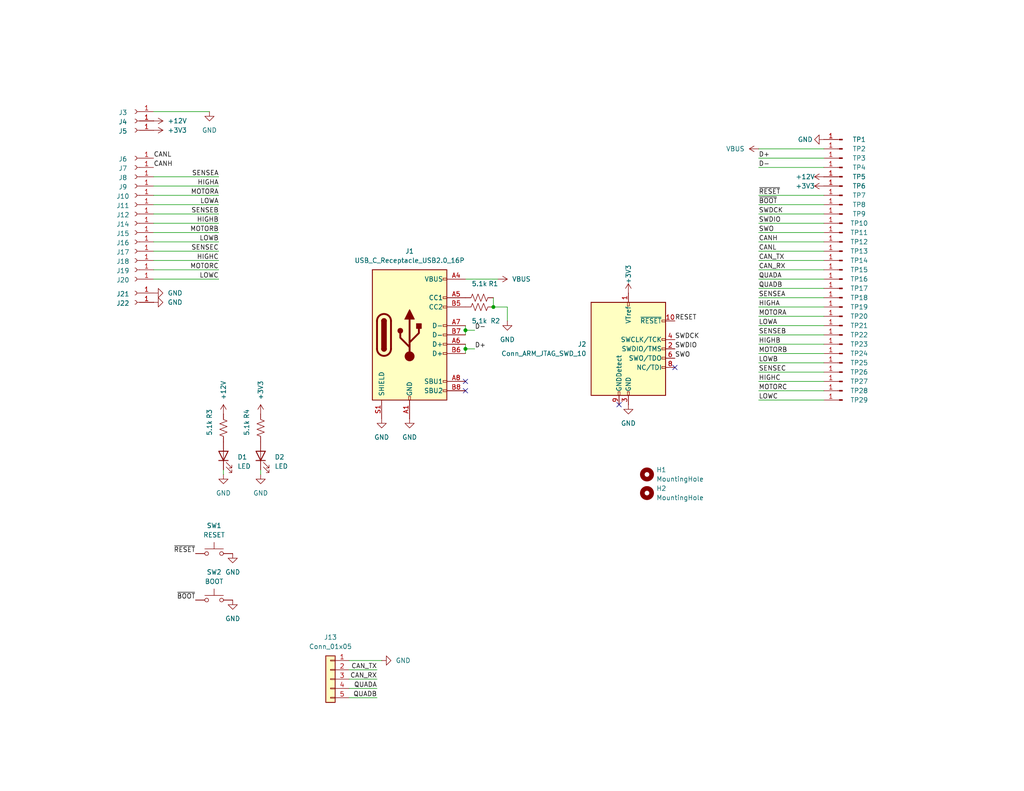
<source format=kicad_sch>
(kicad_sch (version 20250114) (generator "eeschema") (generator_version "9.0")
  (paper "USLetter")
  (title_block (rev "1") (comment 1 "Design for JLCPCB 1-2 Layer Service"))
  (lib_symbols
    (symbol "Connector:Conn_01x01_Pin" (pin_names (offset 1.016) (hide yes))
      (property "Reference" "J" (at 0 2.54 0))
      (property "Value" "Conn_01x01_Pin" (at 0 -2.54 0))
      (symbol "Conn_01x01_Pin_1_1"
        (rectangle (start 0.8636 0.127) (end 0 -0.127) (stroke (width 0.1524)) (fill (type outline)))
        (polyline (pts (xy 1.27 0) (xy 0.8636 0)) (stroke (width 0.1524)))
        (pin passive line (at 5.08 0 180) (length 3.81) (name "Pin_1") (number "1"))
      )
    )
    (symbol "Connector:Conn_01x01_Socket" (pin_names (offset 1.016) (hide yes))
      (property "Reference" "J" (at 0 2.54 0))
      (property "Value" "Conn_01x01_Socket" (at 0 -2.54 0))
      (symbol "Conn_01x01_Socket_1_1"
        (polyline (pts (xy -1.27 0) (xy -0.508 0)) (stroke (width 0.1524)))
        (arc (start 0 -0.508) (mid -0.5058 0) (end 0 0.508) (stroke (width 0.1524)))
        (pin passive line (at -5.08 0 0) (length 3.81) (name "Pin_1") (number "1"))
      )
    )
    (symbol "Connector:Conn_ARM_JTAG_SWD_10" (pin_names (offset 1.016))
      (property "Reference" "J" (at -2.54 16.51 0))
      (property "Value" "Conn_ARM_JTAG_SWD_10" (at -2.54 13.97 0))
      (symbol "Conn_ARM_JTAG_SWD_10_0_1"
        (rectangle (start -10.16 12.7) (end 10.16 -12.7) (stroke (width 0.254)) (fill (type background)))
        (rectangle (start -2.794 -12.7) (end -2.286 -11.684))
        (rectangle (start -0.254 12.7) (end 0.254 11.684))
        (rectangle (start -0.254 -12.7) (end 0.254 -11.684))
        (rectangle (start 9.144 2.286) (end 10.16 2.794))
        (rectangle (start 10.16 7.874) (end 9.144 7.366))
        (rectangle (start 10.16 -0.254) (end 9.144 0.254))
        (rectangle (start 10.16 -2.794) (end 9.144 -2.286))
      )
      (symbol "Conn_ARM_JTAG_SWD_10_1_1"
        (rectangle (start 9.144 -5.334) (end 10.16 -4.826))
        (pin no_connect line (at -10.16 0 0) (length 2.54) (hide yes) (name "KEY") (number "7"))
        (pin passive line (at -2.54 -15.24 90) (length 2.54) (name "GNDDetect") (number "9"))
        (pin power_in line (at 0 15.24 270) (length 2.54) (name "VTref") (number "1"))
        (pin power_in line (at 0 -15.24 90) (length 2.54) (name "GND") (number "3"))
        (pin passive line (at 0 -15.24 90) (length 2.54) (hide yes) (name "GND") (number "5"))
        (pin open_collector line (at 12.7 7.62 180) (length 2.54) (name "~{RESET}") (number "10"))
        (pin output line (at 12.7 2.54 180) (length 2.54) (name "SWCLK/TCK") (number "4"))
        (pin bidirectional line (at 12.7 0 180) (length 2.54) (name "SWDIO/TMS") (number "2"))
        (pin input line (at 12.7 -2.54 180) (length 2.54) (name "SWO/TDO") (number "6"))
        (pin output line (at 12.7 -5.08 180) (length 2.54) (name "NC/TDI") (number "8"))
      )
    )
    (symbol "Connector:USB_C_Receptacle_USB2.0_16P" (pin_names (offset 1.016))
      (property "Reference" "J" (at 0 22.225 0))
      (property "Value" "USB_C_Receptacle_USB2.0_16P" (at 0 19.685 0))
      (symbol "USB_C_Receptacle_USB2.0_16P_0_0"
        (rectangle (start -0.254 -17.78) (end 0.254 -16.764))
        (rectangle (start 10.16 15.494) (end 9.144 14.986))
        (rectangle (start 10.16 10.414) (end 9.144 9.906))
        (rectangle (start 10.16 7.874) (end 9.144 7.366))
        (rectangle (start 10.16 2.794) (end 9.144 2.286))
        (rectangle (start 10.16 0.254) (end 9.144 -0.254))
        (rectangle (start 10.16 -2.286) (end 9.144 -2.794))
        (rectangle (start 10.16 -4.826) (end 9.144 -5.334))
        (rectangle (start 10.16 -12.446) (end 9.144 -12.954))
        (rectangle (start 10.16 -14.986) (end 9.144 -15.494))
      )
      (symbol "USB_C_Receptacle_USB2.0_16P_0_1"
        (rectangle (start -10.16 17.78) (end 10.16 -17.78) (stroke (width 0.254)) (fill (type background)))
        (polyline (pts (xy -8.89 -3.81) (xy -8.89 3.81)) (stroke (width 0.508)))
        (rectangle (start -7.62 -3.81) (end -6.35 3.81) (stroke (width 0.254)) (fill (type outline)))
        (arc (start -7.62 3.81) (mid -6.985 4.4423) (end -6.35 3.81) (stroke (width 0.254)))
        (arc (start -7.62 3.81) (mid -6.985 4.4423) (end -6.35 3.81) (stroke (width 0.254)) (fill (type outline)))
        (arc (start -8.89 3.81) (mid -6.985 5.7067) (end -5.08 3.81) (stroke (width 0.508)))
        (arc (start -5.08 -3.81) (mid -6.985 -5.7067) (end -8.89 -3.81) (stroke (width 0.508)))
        (arc (start -6.35 -3.81) (mid -6.985 -4.4423) (end -7.62 -3.81) (stroke (width 0.254)))
        (arc (start -6.35 -3.81) (mid -6.985 -4.4423) (end -7.62 -3.81) (stroke (width 0.254)) (fill (type outline)))
        (polyline (pts (xy -5.08 3.81) (xy -5.08 -3.81)) (stroke (width 0.508)))
        (circle (center -2.54 1.143) (radius 0.635) (stroke (width 0.254)) (fill (type outline)))
        (polyline (pts (xy -1.27 4.318) (xy 0 6.858) (xy 1.27 4.318) (xy -1.27 4.318)) (stroke (width 0.254)) (fill (type outline)))
        (polyline (pts (xy 0 -2.032) (xy 2.54 0.508) (xy 2.54 1.778)) (stroke (width 0.508)))
        (polyline (pts (xy 0 -3.302) (xy -2.54 -0.762) (xy -2.54 0.508)) (stroke (width 0.508)))
        (polyline (pts (xy 0 -5.842) (xy 0 4.318)) (stroke (width 0.508)))
        (circle (center 0 -5.842) (radius 1.27) (fill (type outline)))
        (rectangle (start 1.905 1.778) (end 3.175 3.048) (stroke (width 0.254)) (fill (type outline)))
      )
      (symbol "USB_C_Receptacle_USB2.0_16P_1_1"
        (pin passive line (at -7.62 -22.86 90) (length 5.08) (name "SHIELD") (number "S1"))
        (pin passive line (at 0 -22.86 90) (length 5.08) (name "GND") (number "A1"))
        (pin passive line (at 0 -22.86 90) (length 5.08) (hide yes) (name "GND") (number "A12"))
        (pin passive line (at 0 -22.86 90) (length 5.08) (hide yes) (name "GND") (number "B1"))
        (pin passive line (at 0 -22.86 90) (length 5.08) (hide yes) (name "GND") (number "B12"))
        (pin passive line (at 15.24 15.24 180) (length 5.08) (name "VBUS") (number "A4"))
        (pin passive line (at 15.24 15.24 180) (length 5.08) (hide yes) (name "VBUS") (number "A9"))
        (pin passive line (at 15.24 15.24 180) (length 5.08) (hide yes) (name "VBUS") (number "B4"))
        (pin passive line (at 15.24 15.24 180) (length 5.08) (hide yes) (name "VBUS") (number "B9"))
        (pin bidirectional line (at 15.24 10.16 180) (length 5.08) (name "CC1") (number "A5"))
        (pin bidirectional line (at 15.24 7.62 180) (length 5.08) (name "CC2") (number "B5"))
        (pin bidirectional line (at 15.24 2.54 180) (length 5.08) (name "D-") (number "A7"))
        (pin bidirectional line (at 15.24 0 180) (length 5.08) (name "D-") (number "B7"))
        (pin bidirectional line (at 15.24 -2.54 180) (length 5.08) (name "D+") (number "A6"))
        (pin bidirectional line (at 15.24 -5.08 180) (length 5.08) (name "D+") (number "B6"))
        (pin bidirectional line (at 15.24 -12.7 180) (length 5.08) (name "SBU1") (number "A8"))
        (pin bidirectional line (at 15.24 -15.24 180) (length 5.08) (name "SBU2") (number "B8"))
      )
    )
    (symbol "Connector_Generic:Conn_01x05" (pin_names (offset 1.016) (hide yes))
      (property "Reference" "J" (at 0 7.62 0))
      (property "Value" "Conn_01x05" (at 0 -7.62 0))
      (symbol "Conn_01x05_1_1"
        (rectangle (start -1.27 6.35) (end 1.27 -6.35) (stroke (width 0.254)) (fill (type background)))
        (rectangle (start -1.27 5.207) (end 0 4.953) (stroke (width 0.1524)))
        (rectangle (start -1.27 2.667) (end 0 2.413) (stroke (width 0.1524)))
        (rectangle (start -1.27 0.127) (end 0 -0.127) (stroke (width 0.1524)))
        (rectangle (start -1.27 -2.413) (end 0 -2.667) (stroke (width 0.1524)))
        (rectangle (start -1.27 -4.953) (end 0 -5.207) (stroke (width 0.1524)))
        (pin passive line (at -5.08 5.08 0) (length 3.81) (name "Pin_1") (number "1"))
        (pin passive line (at -5.08 2.54 0) (length 3.81) (name "Pin_2") (number "2"))
        (pin passive line (at -5.08 0 0) (length 3.81) (name "Pin_3") (number "3"))
        (pin passive line (at -5.08 -2.54 0) (length 3.81) (name "Pin_4") (number "4"))
        (pin passive line (at -5.08 -5.08 0) (length 3.81) (name "Pin_5") (number "5"))
      )
    )
    (symbol "Device:LED" (pin_numbers (hide yes)) (pin_names (offset 1.016) (hide yes))
      (property "Reference" "D" (at 0 2.54 0))
      (property "Value" "LED" (at 0 -2.54 0))
      (symbol "LED_0_1"
        (polyline (pts (xy -3.048 -0.762) (xy -4.572 -2.286) (xy -3.81 -2.286) (xy -4.572 -2.286) (xy -4.572 -1.524)))
        (polyline (pts (xy -1.778 -0.762) (xy -3.302 -2.286) (xy -2.54 -2.286) (xy -3.302 -2.286) (xy -3.302 -1.524)))
        (polyline (pts (xy -1.27 0) (xy 1.27 0)))
        (polyline (pts (xy -1.27 -1.27) (xy -1.27 1.27)) (stroke (width 0.254)))
        (polyline (pts (xy 1.27 -1.27) (xy 1.27 1.27) (xy -1.27 0) (xy 1.27 -1.27)) (stroke (width 0.254)))
      )
      (symbol "LED_1_1"
        (pin passive line (at -3.81 0 0) (length 2.54) (name "K") (number "1"))
        (pin passive line (at 3.81 0 180) (length 2.54) (name "A") (number "2"))
      )
    )
    (symbol "Device:R_US" (pin_numbers (hide yes)) (pin_names (offset 0))
      (property "Reference" "R" (at 2.54 0 90))
      (property "Value" "R_US" (at -2.54 0 90))
      (symbol "R_US_0_1"
        (polyline (pts (xy 0 2.286) (xy 0 2.54)))
        (polyline (pts (xy 0 2.286) (xy 1.016 1.905) (xy 0 1.524) (xy -1.016 1.143) (xy 0 0.762)))
        (polyline (pts (xy 0 0.762) (xy 1.016 0.381) (xy 0 0) (xy -1.016 -0.381) (xy 0 -0.762)))
        (polyline (pts (xy 0 -0.762) (xy 1.016 -1.143) (xy 0 -1.524) (xy -1.016 -1.905) (xy 0 -2.286)))
        (polyline (pts (xy 0 -2.286) (xy 0 -2.54)))
      )
      (symbol "R_US_1_1"
        (pin passive line (at 0 3.81 270) (length 1.27) (name "~") (number "1"))
        (pin passive line (at 0 -3.81 90) (length 1.27) (name "~") (number "2"))
      )
    )
    (symbol "Mechanical:MountingHole" (pin_names (offset 1.016)) (exclude_from_sim yes) (in_bom no)
      (property "Reference" "H" (at 0 5.08 0))
      (property "Value" "MountingHole" (at 0 3.175 0))
      (symbol "MountingHole_0_1"
        (circle (center 0 0) (radius 1.27) (stroke (width 1.27)))
      )
    )
    (symbol "Switch:SW_Push" (pin_numbers (hide yes)) (pin_names (offset 1.016) (hide yes))
      (property "Reference" "SW" (at 1.27 2.54 0))
      (property "Value" "SW_Push" (at 0 -1.524 0))
      (symbol "SW_Push_0_1"
        (circle (center -2.032 0) (radius 0.508))
        (polyline (pts (xy 0 1.27) (xy 0 3.048)))
        (circle (center 2.032 0) (radius 0.508))
        (polyline (pts (xy 2.54 1.27) (xy -2.54 1.27)))
        (pin passive line (at -5.08 0 0) (length 2.54) (name "1") (number "1"))
        (pin passive line (at 5.08 0 180) (length 2.54) (name "2") (number "2"))
      )
    )
    (symbol "power:+12V" (power) (pin_numbers (hide yes)) (pin_names (offset 0) (hide yes))
      (property "Value" "+12V" (at 0 3.556 0))
      (symbol "+12V_0_1"
        (polyline (pts (xy -0.762 1.27) (xy 0 2.54)))
        (polyline (pts (xy 0 2.54) (xy 0.762 1.27)))
        (polyline (pts (xy 0 0) (xy 0 2.54)))
      )
      (symbol "+12V_1_1"
        (pin power_in line (at 0 0 90) (length 0) (name "~") (number "1"))
      )
    )
    (symbol "power:+3V3" (power) (pin_numbers (hide yes)) (pin_names (offset 0) (hide yes))
      (property "Value" "+3V3" (at 0 3.556 0))
      (symbol "+3V3_0_1"
        (polyline (pts (xy -0.762 1.27) (xy 0 2.54)))
        (polyline (pts (xy 0 2.54) (xy 0.762 1.27)))
        (polyline (pts (xy 0 0) (xy 0 2.54)))
      )
      (symbol "+3V3_1_1"
        (pin power_in line (at 0 0 90) (length 0) (name "~") (number "1"))
      )
    )
    (symbol "power:GND" (power) (pin_numbers (hide yes)) (pin_names (offset 0) (hide yes))
      (property "Value" "GND" (at 0 -3.81 0))
      (symbol "GND_0_1"
        (polyline (pts (xy 0 0) (xy 0 -1.27) (xy 1.27 -1.27) (xy 0 -2.54) (xy -1.27 -1.27) (xy 0 -1.27)))
      )
      (symbol "GND_1_1"
        (pin power_in line (at 0 0 270) (length 0) (name "~") (number "1"))
      )
    )
    (symbol "power:VBUS" (power) (pin_numbers (hide yes)) (pin_names (offset 0) (hide yes))
      (property "Value" "VBUS" (at 0 3.556 0))
      (symbol "VBUS_0_1"
        (polyline (pts (xy -0.762 1.27) (xy 0 2.54)))
        (polyline (pts (xy 0 2.54) (xy 0.762 1.27)))
        (polyline (pts (xy 0 0) (xy 0 2.54)))
      )
      (symbol "VBUS_1_1"
        (pin power_in line (at 0 0 90) (length 0) (name "~") (number "1"))
      )
    )
  )
  (junction (at 127 95.25))
  (junction (at 127 90.17))
  (junction (at 134.62 83.82))
  (no_connect (at 127 106.68))
  (no_connect (at 168.91 110.49))
  (no_connect (at 127 104.14))
  (no_connect (at 184.15 100.33))
  (wire (pts (xy 59.69 60.96) (xy 41.91 60.96)))
  (wire (pts (xy 135.89 76.2) (xy 127 76.2)))
  (wire (pts (xy 207.01 106.68) (xy 224.79 106.68)))
  (wire (pts (xy 59.69 55.88) (xy 41.91 55.88)))
  (wire (pts (xy 207.01 76.2) (xy 224.79 76.2)))
  (wire (pts (xy 59.69 71.12) (xy 41.91 71.12)))
  (wire (pts (xy 207.01 88.9) (xy 224.79 88.9)))
  (wire (pts (xy 207.01 68.58) (xy 224.79 68.58)))
  (wire (pts (xy 207.01 91.44) (xy 224.79 91.44)))
  (wire (pts (xy 59.69 48.26) (xy 41.91 48.26)))
  (wire (pts (xy 129.54 95.25) (xy 127 95.25)))
  (wire (pts (xy 207.01 55.88) (xy 224.79 55.88)))
  (wire (pts (xy 59.69 73.66) (xy 41.91 73.66)))
  (wire (pts (xy 138.43 87.63) (xy 138.43 83.82)))
  (wire (pts (xy 207.01 45.72) (xy 224.79 45.72)))
  (wire (pts (xy 59.69 68.58) (xy 41.91 68.58)))
  (wire (pts (xy 207.01 58.42) (xy 224.79 58.42)))
  (wire (pts (xy 207.01 73.66) (xy 224.79 73.66)))
  (wire (pts (xy 102.87 190.5) (xy 95.25 190.5)))
  (wire (pts (xy 207.01 83.82) (xy 224.79 83.82)))
  (wire (pts (xy 207.01 109.22) (xy 224.79 109.22)))
  (wire (pts (xy 207.01 101.6) (xy 224.79 101.6)))
  (wire (pts (xy 207.01 43.18) (xy 224.79 43.18)))
  (wire (pts (xy 59.69 76.2) (xy 41.91 76.2)))
  (wire (pts (xy 127 90.17) (xy 127 91.44)))
  (wire (pts (xy 207.01 53.34) (xy 224.79 53.34)))
  (wire (pts (xy 104.14 180.34) (xy 95.25 180.34)))
  (wire (pts (xy 207.01 66.04) (xy 224.79 66.04)))
  (wire (pts (xy 207.01 81.28) (xy 224.79 81.28)))
  (wire (pts (xy 207.01 104.14) (xy 224.79 104.14)))
  (wire (pts (xy 102.87 182.88) (xy 95.25 182.88)))
  (wire (pts (xy 102.87 187.96) (xy 95.25 187.96)))
  (wire (pts (xy 207.01 60.96) (xy 224.79 60.96)))
  (wire (pts (xy 207.01 96.52) (xy 224.79 96.52)))
  (wire (pts (xy 207.01 78.74) (xy 224.79 78.74)))
  (wire (pts (xy 207.01 63.5) (xy 224.79 63.5)))
  (wire (pts (xy 207.01 86.36) (xy 224.79 86.36)))
  (wire (pts (xy 59.69 53.34) (xy 41.91 53.34)))
  (wire (pts (xy 59.69 66.04) (xy 41.91 66.04)))
  (wire (pts (xy 127 93.98) (xy 127 95.25)))
  (wire (pts (xy 129.54 90.17) (xy 127 90.17)))
  (wire (pts (xy 59.69 58.42) (xy 41.91 58.42)))
  (wire (pts (xy 207.01 93.98) (xy 224.79 93.98)))
  (wire (pts (xy 138.43 83.82) (xy 134.62 83.82)))
  (wire (pts (xy 71.12 129.54) (xy 71.12 128.27)))
  (wire (pts (xy 102.87 185.42) (xy 95.25 185.42)))
  (wire (pts (xy 207.01 99.06) (xy 224.79 99.06)))
  (wire (pts (xy 127 88.9) (xy 127 90.17)))
  (wire (pts (xy 59.69 63.5) (xy 41.91 63.5)))
  (wire (pts (xy 134.62 81.28) (xy 134.62 83.82)))
  (wire (pts (xy 60.96 129.54) (xy 60.96 128.27)))
  (wire (pts (xy 127 95.25) (xy 127 96.52)))
  (wire (pts (xy 41.91 30.48) (xy 57.15 30.48)))
  (wire (pts (xy 207.01 40.64) (xy 224.79 40.64)))
  (wire (pts (xy 207.01 71.12) (xy 224.79 71.12)))
  (wire (pts (xy 59.69 50.8) (xy 41.91 50.8)))
  (label "SENSEB" (at 59.69 58.42 180))
  (label "MOTORA" (at 207.01 86.36 0))
  (label "CAN_RX" (at 102.87 185.42 180))
  (label "LOWB" (at 59.69 66.04 180))
  (label "CAN_TX" (at 102.87 182.88 180))
  (label "CANH" (at 41.91 45.72 0))
  (label "SENSEA" (at 207.01 81.28 0))
  (label "D-" (at 207.01 45.72 0))
  (label "LOWC" (at 59.69 76.2 180))
  (label "LOWA" (at 59.69 55.88 180))
  (label "D+" (at 129.54 95.25 0))
  (label "HIGHB" (at 59.69 60.96 180))
  (label "HIGHC" (at 59.69 71.12 180))
  (label "~{BOOT}" (at 53.34 163.83 180))
  (label "D+" (at 207.01 43.18 0))
  (label "QUADA" (at 102.87 187.96 180))
  (label "MOTORC" (at 207.01 106.68 0))
  (label "MOTORB" (at 59.69 63.5 180))
  (label "SENSEC" (at 59.69 68.58 180))
  (label "SWDCK" (at 207.01 58.42 0))
  (label "HIGHC" (at 207.01 104.14 0))
  (label "MOTORA" (at 59.69 53.34 180))
  (label "RESET" (at 184.15 87.63 0))
  (label "CANL" (at 207.01 68.58 0))
  (label "SENSEC" (at 207.01 101.6 0))
  (label "~{RESET}" (at 53.34 151.13 180))
  (label "SENSEB" (at 207.01 91.44 0))
  (label "SWO" (at 207.01 63.5 0))
  (label "HIGHA" (at 207.01 83.82 0))
  (label "QUADB" (at 207.01 78.74 0))
  (label "CAN_RX" (at 207.01 73.66 0))
  (label "HIGHA" (at 59.69 50.8 180))
  (label "SWDCK" (at 184.15 92.71 0))
  (label "D-" (at 129.54 90.17 0))
  (label "CANL" (at 41.91 43.18 0))
  (label "SWO" (at 184.15 97.79 0))
  (label "SWDIO" (at 184.15 95.25 0))
  (label "CAN_TX" (at 207.01 71.12 0))
  (label "SWDIO" (at 207.01 60.96 0))
  (label "HIGHB" (at 207.01 93.98 0))
  (label "QUADA" (at 207.01 76.2 0))
  (label "~{RESET}" (at 207.01 53.34 0))
  (label "QUADB" (at 102.87 190.5 180))
  (label "~{BOOT}" (at 207.01 55.88 0))
  (label "LOWA" (at 207.01 88.9 0))
  (label "SENSEA" (at 59.69 48.26 180))
  (label "CANH" (at 207.01 66.04 0))
  (label "MOTORC" (at 59.69 73.66 180))
  (label "LOWB" (at 207.01 99.06 0))
  (label "LOWC" (at 207.01 109.22 0))
  (label "MOTORB" (at 207.01 96.52 0))
  (symbol (lib_id "Connector:Conn_01x01_Socket") (at 36.83 33.02 180) (unit 1)
    (property "Reference" "J4" (at 33.528 33.274 0))
    (property "Value" "Conn_01x01_Socket" (effects (hide yes)))
    (property "Footprint" "TestPoint:TestPoint_Bridge_Pitch2.0mm_Drill0.7mm" (effects (hide yes)))
    (property "Description" "Generic connector, single row, 01x01, script generated" (effects (hide yes)))
  )
  (symbol (lib_id "Connector:Conn_01x01_Pin") (at 229.87 109.22 0) (mirror y) (unit 1)
    (property "Reference" "TP29" (at 234.442 109.22 0))
    (property "Value" "0906-0-15-20-76-14-11-0" (effects (hide yes)))
    (property "Footprint" "SJSU_common:MilMax_Pogo_0906-0-15-20-76-14-11-0" (effects (hide yes)))
    (property "Description" "Generic connector, single row, 01x01, script generated" (effects (hide yes)))
    (property "Manufacturer" "Mill-Max" (effects (hide yes)))
  )
  (symbol (lib_id "Device:LED") (at 71.12 124.46 90) (unit 1)
    (property "Reference" "D2" (at 74.93 124.7774 90) (effects (justify right)))
    (property "Value" "LED" (at 74.93 127.3174 90) (effects (justify right)))
    (property "Footprint" "LED_SMD:LED_0603_1608Metric_Pad1.05x0.95mm_HandSolder" (effects (hide yes)))
    (property "Description" "Light emitting diode" (effects (hide yes)))
  )
  (symbol (lib_id "Connector:Conn_01x01_Pin") (at 229.87 78.74 0) (mirror y) (unit 1)
    (property "Reference" "TP17" (at 234.442 78.74 0))
    (property "Value" "0906-0-15-20-76-14-11-0" (effects (hide yes)))
    (property "Footprint" "SJSU_common:MilMax_Pogo_0906-0-15-20-76-14-11-0" (effects (hide yes)))
    (property "Description" "Generic connector, single row, 01x01, script generated" (effects (hide yes)))
    (property "Manufacturer" "Mill-Max" (effects (hide yes)))
  )
  (symbol (lib_id "Connector:Conn_01x01_Socket") (at 36.83 66.04 180) (unit 1)
    (property "Reference" "J16" (at 33.528 66.294 0))
    (property "Value" "Conn_01x01_Socket" (effects (hide yes)))
    (property "Footprint" "TestPoint:TestPoint_Bridge_Pitch2.0mm_Drill0.7mm" (effects (hide yes)))
    (property "Description" "Generic connector, single row, 01x01, script generated" (effects (hide yes)))
  )
  (symbol (lib_id "Device:R_US") (at 60.96 116.84 180) (unit 1)
    (property "Reference" "R3" (at 57.15 113.03 90))
    (property "Value" "5.1k" (at 57.15 116.84 90))
    (property "Footprint" "Capacitor_SMD:C_0603_1608Metric_Pad1.08x0.95mm_HandSolder" (effects (hide yes)))
    (property "Description" "Resistor, US symbol" (effects (hide yes)))
  )
  (symbol (lib_id "power:+3V3") (at 171.45 80.01 0) (unit 1)
    (property "Reference" "#PWR08" (effects (hide yes)))
    (property "Value" "+3V3" (at 171.45 74.93 90))
    (property "Description" "Power symbol creates a global label with name \"+3V3\"" (effects (hide yes)))
  )
  (symbol (lib_id "Connector:Conn_01x01_Pin") (at 229.87 101.6 0) (mirror y) (unit 1)
    (property "Reference" "TP26" (at 234.442 101.6 0))
    (property "Value" "0906-0-15-20-76-14-11-0" (effects (hide yes)))
    (property "Footprint" "SJSU_common:MilMax_Pogo_0906-0-15-20-76-14-11-0" (effects (hide yes)))
    (property "Description" "Generic connector, single row, 01x01, script generated" (effects (hide yes)))
    (property "Manufacturer" "Mill-Max" (effects (hide yes)))
  )
  (symbol (lib_id "power:GND") (at 63.5 151.13 0) (unit 1)
    (property "Reference" "#PWR017" (effects (hide yes)))
    (property "Value" "GND" (at 63.5 156.21 0))
    (property "Description" "Power symbol creates a global label with name \"GND\" , ground" (effects (hide yes)))
  )
  (symbol (lib_id "Connector:Conn_01x01_Pin") (at 229.87 58.42 0) (mirror y) (unit 1)
    (property "Reference" "TP9" (at 234.442 58.42 0))
    (property "Value" "0906-0-15-20-76-14-11-0" (effects (hide yes)))
    (property "Footprint" "SJSU_common:MilMax_Pogo_0906-0-15-20-76-14-11-0" (effects (hide yes)))
    (property "Description" "Generic connector, single row, 01x01, script generated" (effects (hide yes)))
    (property "Manufacturer" "Mill-Max" (effects (hide yes)))
  )
  (symbol (lib_id "Connector:USB_C_Receptacle_USB2.0_16P") (at 111.76 91.44 0) (unit 1)
    (property "Reference" "J1" (at 111.76 68.58 0))
    (property "Value" "USB_C_Receptacle_USB2.0_16P" (at 111.76 71.12 0))
    (property "Footprint" "Connector_USB:USB_C_Receptacle_HRO_TYPE-C-31-M-12" (effects (hide yes)))
    (property "Datasheet" "https://www.usb.org/sites/default/files/documents/usb_type-c.zip" (effects (hide yes)))
    (property "Description" "USB 2.0-only 16P Type-C Receptacle connector" (effects (hide yes)))
  )
  (symbol (lib_id "power:GND") (at 224.79 38.1 270) (unit 1)
    (property "Reference" "#PWR022" (effects (hide yes)))
    (property "Value" "GND" (at 219.71 38.1 90))
    (property "Description" "Power symbol creates a global label with name \"GND\" , ground" (effects (hide yes)))
  )
  (symbol (lib_id "Connector:Conn_01x01_Pin") (at 229.87 60.96 0) (mirror y) (unit 1)
    (property "Reference" "TP10" (at 234.442 60.96 0))
    (property "Value" "0906-0-15-20-76-14-11-0" (effects (hide yes)))
    (property "Footprint" "SJSU_common:MilMax_Pogo_0906-0-15-20-76-14-11-0" (effects (hide yes)))
    (property "Description" "Generic connector, single row, 01x01, script generated" (effects (hide yes)))
    (property "Manufacturer" "Mill-Max" (effects (hide yes)))
  )
  (symbol (lib_id "Connector:Conn_01x01_Socket") (at 36.83 82.55 180) (unit 1)
    (property "Reference" "J22" (at 33.528 82.804 0))
    (property "Value" "Conn_01x01_Socket" (effects (hide yes)))
    (property "Footprint" "TestPoint:TestPoint_Bridge_Pitch2.0mm_Drill0.7mm" (effects (hide yes)))
    (property "Description" "Generic connector, single row, 01x01, script generated" (effects (hide yes)))
  )
  (symbol (lib_id "Connector:Conn_01x01_Pin") (at 229.87 50.8 0) (mirror y) (unit 1)
    (property "Reference" "TP6" (at 234.442 50.8 0))
    (property "Value" "0906-0-15-20-76-14-11-0" (effects (hide yes)))
    (property "Footprint" "SJSU_common:MilMax_Pogo_0906-0-15-20-76-14-11-0" (effects (hide yes)))
    (property "Description" "Generic connector, single row, 01x01, script generated" (effects (hide yes)))
    (property "Manufacturer" "Mill-Max" (effects (hide yes)))
  )
  (symbol (lib_id "power:GND") (at 60.96 129.54 0) (unit 1)
    (property "Reference" "#PWR016" (effects (hide yes)))
    (property "Value" "GND" (at 60.96 134.62 0))
    (property "Description" "Power symbol creates a global label with name \"GND\" , ground" (effects (hide yes)))
  )
  (symbol (lib_id "Connector:Conn_01x01_Pin") (at 229.87 53.34 0) (mirror y) (unit 1)
    (property "Reference" "TP7" (at 234.442 53.34 0))
    (property "Value" "0906-0-15-20-76-14-11-0" (effects (hide yes)))
    (property "Footprint" "SJSU_common:MilMax_Pogo_0906-0-15-20-76-14-11-0" (effects (hide yes)))
    (property "Description" "Generic connector, single row, 01x01, script generated" (effects (hide yes)))
    (property "Manufacturer" "Mill-Max" (effects (hide yes)))
  )
  (symbol (lib_id "Connector:Conn_01x01_Pin") (at 229.87 81.28 0) (mirror y) (unit 1)
    (property "Reference" "TP18" (at 234.442 81.28 0))
    (property "Value" "0906-0-15-20-76-14-11-0" (effects (hide yes)))
    (property "Footprint" "SJSU_common:MilMax_Pogo_0906-0-15-20-76-14-11-0" (effects (hide yes)))
    (property "Description" "Generic connector, single row, 01x01, script generated" (effects (hide yes)))
    (property "Manufacturer" "Mill-Max" (effects (hide yes)))
  )
  (symbol (lib_id "Connector:Conn_01x01_Pin") (at 229.87 55.88 0) (mirror y) (unit 1)
    (property "Reference" "TP8" (at 234.442 55.88 0))
    (property "Value" "0906-0-15-20-76-14-11-0" (effects (hide yes)))
    (property "Footprint" "SJSU_common:MilMax_Pogo_0906-0-15-20-76-14-11-0" (effects (hide yes)))
    (property "Description" "Generic connector, single row, 01x01, script generated" (effects (hide yes)))
    (property "Manufacturer" "Mill-Max" (effects (hide yes)))
  )
  (symbol (lib_id "Connector:Conn_01x01_Socket") (at 36.83 45.72 180) (unit 1)
    (property "Reference" "J7" (at 33.528 45.974 0))
    (property "Value" "Conn_01x01_Socket" (effects (hide yes)))
    (property "Footprint" "TestPoint:TestPoint_Bridge_Pitch2.0mm_Drill0.7mm" (effects (hide yes)))
    (property "Description" "Generic connector, single row, 01x01, script generated" (effects (hide yes)))
  )
  (symbol (lib_id "Connector:Conn_01x01_Socket") (at 36.83 71.12 180) (unit 1)
    (property "Reference" "J18" (at 33.528 71.374 0))
    (property "Value" "Conn_01x01_Socket" (effects (hide yes)))
    (property "Footprint" "TestPoint:TestPoint_Bridge_Pitch2.0mm_Drill0.7mm" (effects (hide yes)))
    (property "Description" "Generic connector, single row, 01x01, script generated" (effects (hide yes)))
  )
  (symbol (lib_id "power:+3V3") (at 41.91 35.56 270) (unit 1)
    (property "Reference" "#PWR011" (effects (hide yes)))
    (property "Value" "+3V3" (at 45.72 35.5599 90) (effects (justify left)))
    (property "Description" "Power symbol creates a global label with name \"+3V3\"" (effects (hide yes)))
  )
  (symbol (lib_id "Device:R_US") (at 130.81 81.28 90) (unit 1)
    (property "Reference" "R1" (at 134.62 77.47 90))
    (property "Value" "5.1k" (at 130.81 77.47 90))
    (property "Footprint" "Capacitor_SMD:C_0603_1608Metric_Pad1.08x0.95mm_HandSolder" (effects (hide yes)))
    (property "Description" "Resistor, US symbol" (effects (hide yes)))
  )
  (symbol (lib_id "power:VBUS") (at 207.01 40.64 90) (unit 1)
    (property "Reference" "#PWR07" (effects (hide yes)))
    (property "Value" "VBUS" (at 203.2 40.6399 90) (effects (justify left)))
    (property "Description" "Power symbol creates a global label with name \"VBUS\"" (effects (hide yes)))
  )
  (symbol (lib_id "Connector:Conn_01x01_Socket") (at 36.83 55.88 180) (unit 1)
    (property "Reference" "J11" (at 33.528 56.134 0))
    (property "Value" "Conn_01x01_Socket" (effects (hide yes)))
    (property "Footprint" "TestPoint:TestPoint_Bridge_Pitch2.0mm_Drill0.7mm" (effects (hide yes)))
    (property "Description" "Generic connector, single row, 01x01, script generated" (effects (hide yes)))
  )
  (symbol (lib_id "Connector:Conn_01x01_Pin") (at 229.87 99.06 0) (mirror y) (unit 1)
    (property "Reference" "TP25" (at 234.442 99.06 0))
    (property "Value" "0906-0-15-20-76-14-11-0" (effects (hide yes)))
    (property "Footprint" "SJSU_common:MilMax_Pogo_0906-0-15-20-76-14-11-0" (effects (hide yes)))
    (property "Description" "Generic connector, single row, 01x01, script generated" (effects (hide yes)))
    (property "Manufacturer" "Mill-Max" (effects (hide yes)))
  )
  (symbol (lib_id "Device:LED") (at 60.96 124.46 90) (unit 1)
    (property "Reference" "D1" (at 64.77 124.7774 90) (effects (justify right)))
    (property "Value" "LED" (at 64.77 127.3174 90) (effects (justify right)))
    (property "Footprint" "LED_SMD:LED_0603_1608Metric_Pad1.05x0.95mm_HandSolder" (effects (hide yes)))
    (property "Description" "Light emitting diode" (effects (hide yes)))
  )
  (symbol (lib_id "Connector:Conn_01x01_Pin") (at 229.87 104.14 0) (mirror y) (unit 1)
    (property "Reference" "TP27" (at 234.442 104.14 0))
    (property "Value" "0906-0-15-20-76-14-11-0" (effects (hide yes)))
    (property "Footprint" "SJSU_common:MilMax_Pogo_0906-0-15-20-76-14-11-0" (effects (hide yes)))
    (property "Description" "Generic connector, single row, 01x01, script generated" (effects (hide yes)))
    (property "Manufacturer" "Mill-Max" (effects (hide yes)))
  )
  (symbol (lib_id "Mechanical:MountingHole") (at 176.53 129.54 0) (unit 1) (exclude_from_sim yes) (in_bom no)
    (property "Reference" "H1" (at 179.07 128.2699 0) (effects (justify left)))
    (property "Value" "MountingHole" (at 179.07 130.8099 0) (effects (justify left)))
    (property "Footprint" "MountingHole:MountingHole_3.2mm_M3_DIN965" (effects (hide yes)))
    (property "Description" "Mounting Hole without connection" (effects (hide yes)))
  )
  (symbol (lib_id "power:VBUS") (at 135.89 76.2 270) (unit 1)
    (property "Reference" "#PWR03" (effects (hide yes)))
    (property "Value" "VBUS" (at 139.7 76.1999 90) (effects (justify left)))
    (property "Description" "Power symbol creates a global label with name \"VBUS\"" (effects (hide yes)))
  )
  (symbol (lib_id "Connector:Conn_01x01_Pin") (at 229.87 73.66 0) (mirror y) (unit 1)
    (property "Reference" "TP15" (at 234.442 73.66 0))
    (property "Value" "0906-0-15-20-76-14-11-0" (effects (hide yes)))
    (property "Footprint" "SJSU_common:MilMax_Pogo_0906-0-15-20-76-14-11-0" (effects (hide yes)))
    (property "Description" "Generic connector, single row, 01x01, script generated" (effects (hide yes)))
    (property "Manufacturer" "Mill-Max" (effects (hide yes)))
  )
  (symbol (lib_id "power:GND") (at 104.14 180.34 90) (unit 1)
    (property "Reference" "#PWR06" (effects (hide yes)))
    (property "Value" "GND" (at 107.95 180.3399 90) (effects (justify right)))
    (property "Description" "Power symbol creates a global label with name \"GND\" , ground" (effects (hide yes)))
  )
  (symbol (lib_id "Connector:Conn_01x01_Socket") (at 36.83 73.66 180) (unit 1)
    (property "Reference" "J19" (at 33.528 73.914 0))
    (property "Value" "Conn_01x01_Socket" (effects (hide yes)))
    (property "Footprint" "TestPoint:TestPoint_Bridge_Pitch2.0mm_Drill0.7mm" (effects (hide yes)))
    (property "Description" "Generic connector, single row, 01x01, script generated" (effects (hide yes)))
  )
  (symbol (lib_id "Device:R_US") (at 71.12 116.84 180) (unit 1)
    (property "Reference" "R4" (at 67.31 113.03 90))
    (property "Value" "5.1k" (at 67.31 116.84 90))
    (property "Footprint" "Capacitor_SMD:C_0603_1608Metric_Pad1.08x0.95mm_HandSolder" (effects (hide yes)))
    (property "Description" "Resistor, US symbol" (effects (hide yes)))
  )
  (symbol (lib_id "Connector:Conn_01x01_Socket") (at 36.83 30.48 180) (unit 1)
    (property "Reference" "J3" (at 33.528 30.734 0))
    (property "Value" "Conn_01x01_Socket" (effects (hide yes)))
    (property "Footprint" "TestPoint:TestPoint_Bridge_Pitch2.0mm_Drill0.7mm" (effects (hide yes)))
    (property "Description" "Generic connector, single row, 01x01, script generated" (effects (hide yes)))
  )
  (symbol (lib_id "power:GND") (at 111.76 114.3 0) (unit 1)
    (property "Reference" "#PWR01" (effects (hide yes)))
    (property "Value" "GND" (at 111.76 119.38 0))
    (property "Description" "Power symbol creates a global label with name \"GND\" , ground" (effects (hide yes)))
  )
  (symbol (lib_id "Connector:Conn_01x01_Pin") (at 229.87 68.58 0) (mirror y) (unit 1)
    (property "Reference" "TP13" (at 234.442 68.58 0))
    (property "Value" "0906-0-15-20-76-14-11-0" (effects (hide yes)))
    (property "Footprint" "SJSU_common:MilMax_Pogo_0906-0-15-20-76-14-11-0" (effects (hide yes)))
    (property "Description" "Generic connector, single row, 01x01, script generated" (effects (hide yes)))
    (property "Manufacturer" "Mill-Max" (effects (hide yes)))
  )
  (symbol (lib_id "power:GND") (at 71.12 129.54 0) (unit 1)
    (property "Reference" "#PWR015" (effects (hide yes)))
    (property "Value" "GND" (at 71.12 134.62 0))
    (property "Description" "Power symbol creates a global label with name \"GND\" , ground" (effects (hide yes)))
  )
  (symbol (lib_id "power:+3V3") (at 71.12 113.03 0) (unit 1)
    (property "Reference" "#PWR014" (effects (hide yes)))
    (property "Value" "+3V3" (at 71.1199 109.22 90) (effects (justify left)))
    (property "Description" "Power symbol creates a global label with name \"+3V3\"" (effects (hide yes)))
  )
  (symbol (lib_id "power:+12V") (at 224.79 48.26 90) (unit 1)
    (property "Reference" "#PWR023" (effects (hide yes)))
    (property "Value" "+12V" (at 219.71 48.26 90))
    (property "Description" "Power symbol creates a global label with name \"+12V\"" (effects (hide yes)))
  )
  (symbol (lib_id "Mechanical:MountingHole") (at 176.53 134.62 0) (unit 1) (exclude_from_sim yes) (in_bom no)
    (property "Reference" "H2" (at 179.07 133.3499 0) (effects (justify left)))
    (property "Value" "MountingHole" (at 179.07 135.8899 0) (effects (justify left)))
    (property "Footprint" "MountingHole:MountingHole_3.2mm_M3_DIN965" (effects (hide yes)))
    (property "Description" "Mounting Hole without connection" (effects (hide yes)))
  )
  (symbol (lib_id "Connector:Conn_01x01_Socket") (at 36.83 80.01 180) (unit 1)
    (property "Reference" "J21" (at 33.528 80.264 0))
    (property "Value" "Conn_01x01_Socket" (effects (hide yes)))
    (property "Footprint" "TestPoint:TestPoint_Bridge_Pitch2.0mm_Drill0.7mm" (effects (hide yes)))
    (property "Description" "Generic connector, single row, 01x01, script generated" (effects (hide yes)))
  )
  (symbol (lib_id "power:GND") (at 41.91 82.55 90) (unit 1)
    (property "Reference" "#PWR019" (effects (hide yes)))
    (property "Value" "GND" (at 45.72 82.5499 90) (effects (justify right)))
    (property "Description" "Power symbol creates a global label with name \"GND\" , ground" (effects (hide yes)))
  )
  (symbol (lib_id "Connector:Conn_01x01_Pin") (at 229.87 106.68 0) (mirror y) (unit 1)
    (property "Reference" "TP28" (at 234.442 106.68 0))
    (property "Value" "0906-0-15-20-76-14-11-0" (effects (hide yes)))
    (property "Footprint" "SJSU_common:MilMax_Pogo_0906-0-15-20-76-14-11-0" (effects (hide yes)))
    (property "Description" "Generic connector, single row, 01x01, script generated" (effects (hide yes)))
    (property "Manufacturer" "Mill-Max" (effects (hide yes)))
  )
  (symbol (lib_id "Connector:Conn_01x01_Pin") (at 229.87 86.36 0) (mirror y) (unit 1)
    (property "Reference" "TP20" (at 234.442 86.36 0))
    (property "Value" "0906-0-15-20-76-14-11-0" (effects (hide yes)))
    (property "Footprint" "SJSU_common:MilMax_Pogo_0906-0-15-20-76-14-11-0" (effects (hide yes)))
    (property "Description" "Generic connector, single row, 01x01, script generated" (effects (hide yes)))
    (property "Manufacturer" "Mill-Max" (effects (hide yes)))
  )
  (symbol (lib_id "Connector:Conn_01x01_Socket") (at 36.83 35.56 180) (unit 1)
    (property "Reference" "J5" (at 33.528 35.814 0))
    (property "Value" "Conn_01x01_Socket" (effects (hide yes)))
    (property "Footprint" "TestPoint:TestPoint_Bridge_Pitch2.0mm_Drill0.7mm" (effects (hide yes)))
    (property "Description" "Generic connector, single row, 01x01, script generated" (effects (hide yes)))
  )
  (symbol (lib_id "Switch:SW_Push") (at 58.42 163.83 0) (unit 1)
    (property "Reference" "SW2" (at 58.42 156.21 0))
    (property "Value" "BOOT" (at 58.42 158.75 0))
    (property "Footprint" "Button_Switch_SMD:SW_Tactile_SPST_NO_Straight_CK_PTS636Sx25SMTRLFS" (effects (hide yes)))
    (property "Description" "Push button switch, generic, two pins" (effects (hide yes)))
  )
  (symbol (lib_id "Connector:Conn_01x01_Pin") (at 229.87 91.44 0) (mirror y) (unit 1)
    (property "Reference" "TP22" (at 234.442 91.44 0))
    (property "Value" "0906-0-15-20-76-14-11-0" (effects (hide yes)))
    (property "Footprint" "SJSU_common:MilMax_Pogo_0906-0-15-20-76-14-11-0" (effects (hide yes)))
    (property "Description" "Generic connector, single row, 01x01, script generated" (effects (hide yes)))
    (property "Manufacturer" "Mill-Max" (effects (hide yes)))
  )
  (symbol (lib_id "Connector:Conn_01x01_Socket") (at 36.83 68.58 180) (unit 1)
    (property "Reference" "J17" (at 33.528 68.834 0))
    (property "Value" "Conn_01x01_Socket" (effects (hide yes)))
    (property "Footprint" "TestPoint:TestPoint_Bridge_Pitch2.0mm_Drill0.7mm" (effects (hide yes)))
    (property "Description" "Generic connector, single row, 01x01, script generated" (effects (hide yes)))
  )
  (symbol (lib_id "Connector:Conn_01x01_Pin") (at 229.87 43.18 0) (mirror y) (unit 1)
    (property "Reference" "TP3" (at 234.442 43.18 0))
    (property "Value" "0906-0-15-20-76-14-11-0" (effects (hide yes)))
    (property "Footprint" "SJSU_common:MilMax_Pogo_0906-0-15-20-76-14-11-0" (effects (hide yes)))
    (property "Description" "Generic connector, single row, 01x01, script generated" (effects (hide yes)))
    (property "Manufacturer" "Mill-Max" (effects (hide yes)))
  )
  (symbol (lib_id "Connector:Conn_01x01_Pin") (at 229.87 88.9 0) (mirror y) (unit 1)
    (property "Reference" "TP21" (at 234.442 88.9 0))
    (property "Value" "0906-0-15-20-76-14-11-0" (effects (hide yes)))
    (property "Footprint" "SJSU_common:MilMax_Pogo_0906-0-15-20-76-14-11-0" (effects (hide yes)))
    (property "Description" "Generic connector, single row, 01x01, script generated" (effects (hide yes)))
    (property "Manufacturer" "Mill-Max" (effects (hide yes)))
  )
  (symbol (lib_id "Connector:Conn_ARM_JTAG_SWD_10") (at 171.45 95.25 0) (unit 1)
    (property "Reference" "J2" (at 160.02 93.9799 0) (effects (justify right)))
    (property "Value" "Conn_ARM_JTAG_SWD_10" (at 160.02 96.5199 0) (effects (justify right)))
    (property "Footprint" "Connector_PinHeader_1.27mm:PinHeader_2x05_P1.27mm_Vertical" (effects (hide yes)))
    (property "Datasheet" "http://infocenter.arm.com/help/topic/com.arm.doc.ddi0314h/DDI0314H_coresight_components_trm.pdf" (effects (hide yes)))
    (property "Description" "Cortex Debug Connector, standard ARM Cortex-M SWD and JTAG interface" (effects (hide yes)))
  )
  (symbol (lib_id "Connector:Conn_01x01_Pin") (at 229.87 76.2 0) (mirror y) (unit 1)
    (property "Reference" "TP16" (at 234.442 76.2 0))
    (property "Value" "0906-0-15-20-76-14-11-0" (effects (hide yes)))
    (property "Footprint" "SJSU_common:MilMax_Pogo_0906-0-15-20-76-14-11-0" (effects (hide yes)))
    (property "Description" "Generic connector, single row, 01x01, script generated" (effects (hide yes)))
    (property "Manufacturer" "Mill-Max" (effects (hide yes)))
  )
  (symbol (lib_id "Connector:Conn_01x01_Socket") (at 36.83 43.18 180) (unit 1)
    (property "Reference" "J6" (at 33.528 43.434 0))
    (property "Value" "Conn_01x01_Socket" (effects (hide yes)))
    (property "Footprint" "TestPoint:TestPoint_Bridge_Pitch2.0mm_Drill0.7mm" (effects (hide yes)))
    (property "Description" "Generic connector, single row, 01x01, script generated" (effects (hide yes)))
  )
  (symbol (lib_id "power:+3V3") (at 224.79 50.8 90) (unit 1)
    (property "Reference" "#PWR026" (effects (hide yes)))
    (property "Value" "+3V3" (at 219.71 50.8 90))
    (property "Description" "Power symbol creates a global label with name \"+3V3\"" (effects (hide yes)))
  )
  (symbol (lib_id "Switch:SW_Push") (at 58.42 151.13 0) (unit 1)
    (property "Reference" "SW1" (at 58.42 143.51 0))
    (property "Value" "RESET" (at 58.42 146.05 0))
    (property "Footprint" "Button_Switch_SMD:SW_Tactile_SPST_NO_Straight_CK_PTS636Sx25SMTRLFS" (effects (hide yes)))
    (property "Description" "Push button switch, generic, two pins" (effects (hide yes)))
  )
  (symbol (lib_id "Connector:Conn_01x01_Socket") (at 36.83 76.2 180) (unit 1)
    (property "Reference" "J20" (at 33.528 76.454 0))
    (property "Value" "Conn_01x01_Socket" (effects (hide yes)))
    (property "Footprint" "TestPoint:TestPoint_Bridge_Pitch2.0mm_Drill0.7mm" (effects (hide yes)))
    (property "Description" "Generic connector, single row, 01x01, script generated" (effects (hide yes)))
  )
  (symbol (lib_id "Connector:Conn_01x01_Socket") (at 36.83 63.5 180) (unit 1)
    (property "Reference" "J15" (at 33.528 63.754 0))
    (property "Value" "Conn_01x01_Socket" (effects (hide yes)))
    (property "Footprint" "TestPoint:TestPoint_Bridge_Pitch2.0mm_Drill0.7mm" (effects (hide yes)))
    (property "Description" "Generic connector, single row, 01x01, script generated" (effects (hide yes)))
  )
  (symbol (lib_id "Connector:Conn_01x01_Socket") (at 36.83 48.26 180) (unit 1)
    (property "Reference" "J8" (at 33.528 48.514 0))
    (property "Value" "Conn_01x01_Socket" (effects (hide yes)))
    (property "Footprint" "TestPoint:TestPoint_Bridge_Pitch2.0mm_Drill0.7mm" (effects (hide yes)))
    (property "Description" "Generic connector, single row, 01x01, script generated" (effects (hide yes)))
  )
  (symbol (lib_id "power:GND") (at 57.15 30.48 0) (unit 1)
    (property "Reference" "#PWR09" (effects (hide yes)))
    (property "Value" "GND" (at 57.15 35.56 0))
    (property "Description" "Power symbol creates a global label with name \"GND\" , ground" (effects (hide yes)))
  )
  (symbol (lib_id "Connector_Generic:Conn_01x05") (at 90.17 185.42 0) (mirror y) (unit 1)
    (property "Reference" "J13" (at 90.17 173.99 0))
    (property "Value" "Conn_01x05" (at 90.17 176.53 0))
    (property "Footprint" "Connector_PinHeader_2.54mm:PinHeader_1x05_P2.54mm_Vertical" (effects (hide yes)))
    (property "Description" "Generic connector, single row, 01x05, script generated (kicad-library-utils/schlib/autogen/connector/)" (effects (hide yes)))
  )
  (symbol (lib_id "Connector:Conn_01x01_Pin") (at 229.87 38.1 0) (mirror y) (unit 1)
    (property "Reference" "TP1" (at 234.442 38.1 0))
    (property "Value" "0906-0-15-20-76-14-11-0" (effects (hide yes)))
    (property "Footprint" "SJSU_common:MilMax_Pogo_0906-0-15-20-76-14-11-0" (effects (hide yes)))
    (property "Description" "Generic connector, single row, 01x01, script generated" (effects (hide yes)))
    (property "Manufacturer" "Mill-Max" (effects (hide yes)))
  )
  (symbol (lib_id "power:GND") (at 41.91 80.01 90) (unit 1)
    (property "Reference" "#PWR012" (effects (hide yes)))
    (property "Value" "GND" (at 45.72 80.0099 90) (effects (justify right)))
    (property "Description" "Power symbol creates a global label with name \"GND\" , ground" (effects (hide yes)))
  )
  (symbol (lib_id "power:GND") (at 171.45 110.49 0) (unit 1)
    (property "Reference" "#PWR05" (effects (hide yes)))
    (property "Value" "GND" (at 171.45 115.57 0))
    (property "Description" "Power symbol creates a global label with name \"GND\" , ground" (effects (hide yes)))
  )
  (symbol (lib_id "Connector:Conn_01x01_Socket") (at 36.83 53.34 180) (unit 1)
    (property "Reference" "J10" (at 33.528 53.594 0))
    (property "Value" "Conn_01x01_Socket" (effects (hide yes)))
    (property "Footprint" "TestPoint:TestPoint_Bridge_Pitch2.0mm_Drill0.7mm" (effects (hide yes)))
    (property "Description" "Generic connector, single row, 01x01, script generated" (effects (hide yes)))
  )
  (symbol (lib_id "Connector:Conn_01x01_Pin") (at 229.87 71.12 0) (mirror y) (unit 1)
    (property "Reference" "TP14" (at 234.442 71.12 0))
    (property "Value" "0906-0-15-20-76-14-11-0" (effects (hide yes)))
    (property "Footprint" "SJSU_common:MilMax_Pogo_0906-0-15-20-76-14-11-0" (effects (hide yes)))
    (property "Description" "Generic connector, single row, 01x01, script generated" (effects (hide yes)))
    (property "Manufacturer" "Mill-Max" (effects (hide yes)))
  )
  (symbol (lib_id "power:GND") (at 138.43 87.63 0) (unit 1)
    (property "Reference" "#PWR04" (effects (hide yes)))
    (property "Value" "GND" (at 138.43 92.71 0))
    (property "Description" "Power symbol creates a global label with name \"GND\" , ground" (effects (hide yes)))
  )
  (symbol (lib_id "Connector:Conn_01x01_Pin") (at 229.87 83.82 0) (mirror y) (unit 1)
    (property "Reference" "TP19" (at 234.442 83.82 0))
    (property "Value" "0906-0-15-20-76-14-11-0" (effects (hide yes)))
    (property "Footprint" "SJSU_common:MilMax_Pogo_0906-0-15-20-76-14-11-0" (effects (hide yes)))
    (property "Description" "Generic connector, single row, 01x01, script generated" (effects (hide yes)))
    (property "Manufacturer" "Mill-Max" (effects (hide yes)))
  )
  (symbol (lib_id "Connector:Conn_01x01_Pin") (at 229.87 40.64 0) (mirror y) (unit 1)
    (property "Reference" "TP2" (at 234.442 40.64 0))
    (property "Value" "0906-0-15-20-76-14-11-0" (effects (hide yes)))
    (property "Footprint" "SJSU_common:MilMax_Pogo_0906-0-15-20-76-14-11-0" (effects (hide yes)))
    (property "Description" "Generic connector, single row, 01x01, script generated" (effects (hide yes)))
    (property "Manufacturer" "Mill-Max" (effects (hide yes)))
  )
  (symbol (lib_id "Device:R_US") (at 130.81 83.82 270) (unit 1)
    (property "Reference" "R2" (at 135.128 87.63 90))
    (property "Value" "5.1k" (at 130.81 87.63 90))
    (property "Footprint" "Capacitor_SMD:C_0603_1608Metric_Pad1.08x0.95mm_HandSolder" (effects (hide yes)))
    (property "Description" "Resistor, US symbol" (effects (hide yes)))
  )
  (symbol (lib_id "Connector:Conn_01x01_Pin") (at 229.87 96.52 0) (mirror y) (unit 1)
    (property "Reference" "TP24" (at 234.442 96.52 0))
    (property "Value" "0906-0-15-20-76-14-11-0" (effects (hide yes)))
    (property "Footprint" "SJSU_common:MilMax_Pogo_0906-0-15-20-76-14-11-0" (effects (hide yes)))
    (property "Description" "Generic connector, single row, 01x01, script generated" (effects (hide yes)))
    (property "Manufacturer" "Mill-Max" (effects (hide yes)))
  )
  (symbol (lib_id "Connector:Conn_01x01_Socket") (at 36.83 60.96 180) (unit 1)
    (property "Reference" "J14" (at 33.528 61.214 0))
    (property "Value" "Conn_01x01_Socket" (effects (hide yes)))
    (property "Footprint" "TestPoint:TestPoint_Bridge_Pitch2.0mm_Drill0.7mm" (effects (hide yes)))
    (property "Description" "Generic connector, single row, 01x01, script generated" (effects (hide yes)))
  )
  (symbol (lib_id "power:+12V") (at 41.91 33.02 270) (unit 1)
    (property "Reference" "#PWR010" (effects (hide yes)))
    (property "Value" "+12V" (at 45.72 33.0199 90) (effects (justify left)))
    (property "Description" "Power symbol creates a global label with name \"+12V\"" (effects (hide yes)))
  )
  (symbol (lib_id "Connector:Conn_01x01_Pin") (at 229.87 93.98 0) (mirror y) (unit 1)
    (property "Reference" "TP23" (at 234.442 93.98 0))
    (property "Value" "0906-0-15-20-76-14-11-0" (effects (hide yes)))
    (property "Footprint" "SJSU_common:MilMax_Pogo_0906-0-15-20-76-14-11-0" (effects (hide yes)))
    (property "Description" "Generic connector, single row, 01x01, script generated" (effects (hide yes)))
    (property "Manufacturer" "Mill-Max" (effects (hide yes)))
  )
  (symbol (lib_id "Connector:Conn_01x01_Pin") (at 229.87 66.04 0) (mirror y) (unit 1)
    (property "Reference" "TP12" (at 234.442 66.04 0))
    (property "Value" "0906-0-15-20-76-14-11-0" (effects (hide yes)))
    (property "Footprint" "SJSU_common:MilMax_Pogo_0906-0-15-20-76-14-11-0" (effects (hide yes)))
    (property "Description" "Generic connector, single row, 01x01, script generated" (effects (hide yes)))
    (property "Manufacturer" "Mill-Max" (effects (hide yes)))
  )
  (symbol (lib_id "Connector:Conn_01x01_Socket") (at 36.83 58.42 180) (unit 1)
    (property "Reference" "J12" (at 33.528 58.674 0))
    (property "Value" "Conn_01x01_Socket" (effects (hide yes)))
    (property "Footprint" "TestPoint:TestPoint_Bridge_Pitch2.0mm_Drill0.7mm" (effects (hide yes)))
    (property "Description" "Generic connector, single row, 01x01, script generated" (effects (hide yes)))
  )
  (symbol (lib_id "Connector:Conn_01x01_Socket") (at 36.83 50.8 180) (unit 1)
    (property "Reference" "J9" (at 33.528 51.054 0))
    (property "Value" "Conn_01x01_Socket" (effects (hide yes)))
    (property "Footprint" "TestPoint:TestPoint_Bridge_Pitch2.0mm_Drill0.7mm" (effects (hide yes)))
    (property "Description" "Generic connector, single row, 01x01, script generated" (effects (hide yes)))
  )
  (symbol (lib_id "power:+12V") (at 60.96 113.03 0) (unit 1)
    (property "Reference" "#PWR013" (effects (hide yes)))
    (property "Value" "+12V" (at 60.9599 109.22 90) (effects (justify left)))
    (property "Description" "Power symbol creates a global label with name \"+12V\"" (effects (hide yes)))
  )
  (symbol (lib_id "Connector:Conn_01x01_Pin") (at 229.87 45.72 0) (mirror y) (unit 1)
    (property "Reference" "TP4" (at 234.442 45.72 0))
    (property "Value" "0906-0-15-20-76-14-11-0" (effects (hide yes)))
    (property "Footprint" "SJSU_common:MilMax_Pogo_0906-0-15-20-76-14-11-0" (effects (hide yes)))
    (property "Description" "Generic connector, single row, 01x01, script generated" (effects (hide yes)))
    (property "Manufacturer" "Mill-Max" (effects (hide yes)))
  )
  (symbol (lib_id "power:GND") (at 104.14 114.3 0) (unit 1)
    (property "Reference" "#PWR02" (effects (hide yes)))
    (property "Value" "GND" (at 104.14 119.38 0))
    (property "Description" "Power symbol creates a global label with name \"GND\" , ground" (effects (hide yes)))
  )
  (symbol (lib_id "power:GND") (at 63.5 163.83 0) (unit 1)
    (property "Reference" "#PWR018" (effects (hide yes)))
    (property "Value" "GND" (at 63.5 168.91 0))
    (property "Description" "Power symbol creates a global label with name \"GND\" , ground" (effects (hide yes)))
  )
  (symbol (lib_id "Connector:Conn_01x01_Pin") (at 229.87 48.26 0) (mirror y) (unit 1)
    (property "Reference" "TP5" (at 234.442 48.26 0))
    (property "Value" "0906-0-15-20-76-14-11-0" (effects (hide yes)))
    (property "Footprint" "SJSU_common:MilMax_Pogo_0906-0-15-20-76-14-11-0" (effects (hide yes)))
    (property "Description" "Generic connector, single row, 01x01, script generated" (effects (hide yes)))
    (property "Manufacturer" "Mill-Max" (effects (hide yes)))
  )
  (symbol (lib_id "Connector:Conn_01x01_Pin") (at 229.87 63.5 0) (mirror y) (unit 1)
    (property "Reference" "TP11" (at 234.442 63.5 0))
    (property "Value" "0906-0-15-20-76-14-11-0" (effects (hide yes)))
    (property "Footprint" "SJSU_common:MilMax_Pogo_0906-0-15-20-76-14-11-0" (effects (hide yes)))
    (property "Description" "Generic connector, single row, 01x01, script generated" (effects (hide yes)))
    (property "Manufacturer" "Mill-Max" (effects (hide yes)))
  )
)
</source>
